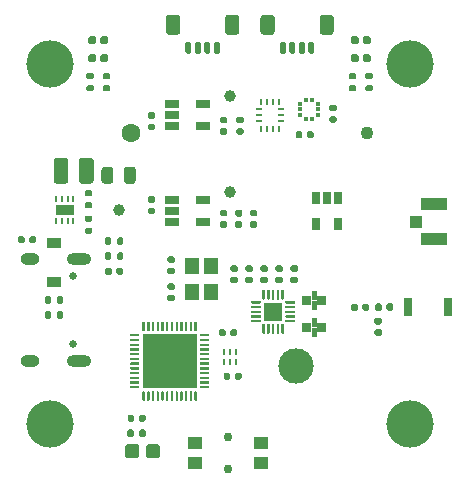
<source format=gbr>
%TF.GenerationSoftware,KiCad,Pcbnew,(5.1.10)-1*%
%TF.CreationDate,2022-07-29T22:32:47-04:00*%
%TF.ProjectId,MicroMod_Extension,4d696372-6f4d-46f6-945f-457874656e73,rev?*%
%TF.SameCoordinates,Original*%
%TF.FileFunction,Soldermask,Top*%
%TF.FilePolarity,Negative*%
%FSLAX46Y46*%
G04 Gerber Fmt 4.6, Leading zero omitted, Abs format (unit mm)*
G04 Created by KiCad (PCBNEW (5.1.10)-1) date 2022-07-29 22:32:47*
%MOMM*%
%LPD*%
G01*
G04 APERTURE LIST*
%ADD10C,0.010000*%
%ADD11R,1.150000X1.400000*%
%ADD12R,0.475000X0.250000*%
%ADD13R,0.250000X0.475000*%
%ADD14C,1.600000*%
%ADD15C,1.100000*%
%ADD16R,0.250000X0.550000*%
%ADD17R,0.460000X0.300000*%
%ADD18R,0.300000X0.460000*%
%ADD19C,3.000000*%
%ADD20C,4.000000*%
%ADD21R,4.600000X4.600000*%
%ADD22R,1.220000X0.650000*%
%ADD23R,0.250000X0.500000*%
%ADD24R,1.600000X0.900000*%
%ADD25R,1.650000X1.650000*%
%ADD26C,1.000000*%
%ADD27C,0.750000*%
%ADD28R,1.200000X1.000000*%
%ADD29R,1.050000X1.000000*%
%ADD30R,2.200000X1.050000*%
%ADD31R,0.800000X1.600000*%
%ADD32R,1.200000X0.900000*%
%ADD33C,0.650000*%
%ADD34O,1.600000X1.000000*%
%ADD35O,2.100000X1.000000*%
%ADD36R,0.650000X1.060000*%
G04 APERTURE END LIST*
D10*
%TO.C,FL3*%
G36*
X151717000Y-68274000D02*
G01*
X152067000Y-68274000D01*
X152067000Y-68974000D01*
X151717000Y-68974000D01*
X151717000Y-68274000D01*
G37*
X151717000Y-68274000D02*
X152067000Y-68274000D01*
X152067000Y-68974000D01*
X151717000Y-68974000D01*
X151717000Y-68274000D01*
G36*
X152167000Y-67849000D02*
G01*
X152867000Y-67849000D01*
X152867000Y-68549000D01*
X152167000Y-68549000D01*
X152167000Y-67849000D01*
G37*
X152167000Y-67849000D02*
X152867000Y-67849000D01*
X152867000Y-68549000D01*
X152167000Y-68549000D01*
X152167000Y-67849000D01*
G36*
X151717000Y-67424000D02*
G01*
X152067000Y-67424000D01*
X152067000Y-68124000D01*
X151717000Y-68124000D01*
X151717000Y-67424000D01*
G37*
X151717000Y-67424000D02*
X152067000Y-67424000D01*
X152067000Y-68124000D01*
X151717000Y-68124000D01*
X151717000Y-67424000D01*
G36*
X150917000Y-67849000D02*
G01*
X151617000Y-67849000D01*
X151617000Y-68549000D01*
X150917000Y-68549000D01*
X150917000Y-67849000D01*
G37*
X150917000Y-67849000D02*
X151617000Y-67849000D01*
X151617000Y-68549000D01*
X150917000Y-68549000D01*
X150917000Y-67849000D01*
%TO.C,FL2*%
G36*
X151717000Y-70560000D02*
G01*
X152067000Y-70560000D01*
X152067000Y-71260000D01*
X151717000Y-71260000D01*
X151717000Y-70560000D01*
G37*
X151717000Y-70560000D02*
X152067000Y-70560000D01*
X152067000Y-71260000D01*
X151717000Y-71260000D01*
X151717000Y-70560000D01*
G36*
X152167000Y-70135000D02*
G01*
X152867000Y-70135000D01*
X152867000Y-70835000D01*
X152167000Y-70835000D01*
X152167000Y-70135000D01*
G37*
X152167000Y-70135000D02*
X152867000Y-70135000D01*
X152867000Y-70835000D01*
X152167000Y-70835000D01*
X152167000Y-70135000D01*
G36*
X151717000Y-69710000D02*
G01*
X152067000Y-69710000D01*
X152067000Y-70410000D01*
X151717000Y-70410000D01*
X151717000Y-69710000D01*
G37*
X151717000Y-69710000D02*
X152067000Y-69710000D01*
X152067000Y-70410000D01*
X151717000Y-70410000D01*
X151717000Y-69710000D01*
G36*
X150917000Y-70135000D02*
G01*
X151617000Y-70135000D01*
X151617000Y-70835000D01*
X150917000Y-70835000D01*
X150917000Y-70135000D01*
G37*
X150917000Y-70135000D02*
X151617000Y-70135000D01*
X151617000Y-70835000D01*
X150917000Y-70835000D01*
X150917000Y-70135000D01*
%TD*%
D11*
%TO.C,Y1*%
X141567000Y-67521000D03*
X141567000Y-65321000D03*
X143167000Y-65321000D03*
X143167000Y-67521000D03*
%TD*%
D12*
%TO.C,U7*%
X147296500Y-53078000D03*
X147296500Y-52078000D03*
X147296500Y-52578000D03*
X149121500Y-53078000D03*
X149121500Y-52078000D03*
X149121500Y-52578000D03*
D13*
X148959000Y-53740500D03*
X147459000Y-53740500D03*
X147959000Y-53740500D03*
X148459000Y-53740500D03*
X148959000Y-51415500D03*
X147459000Y-51415500D03*
X147959000Y-51415500D03*
X148459000Y-51415500D03*
%TD*%
D14*
%TO.C,J1*%
X136431000Y-54080000D03*
D15*
X156431000Y-54080000D03*
%TD*%
D16*
%TO.C,FL1*%
X145280000Y-73450000D03*
X144780000Y-73450000D03*
X144280000Y-73450000D03*
X144280000Y-72600000D03*
X144780000Y-72600000D03*
X145280000Y-72600000D03*
%TD*%
%TO.C,J10*%
G36*
G01*
X148595000Y-44319999D02*
X148595000Y-45520001D01*
G75*
G02*
X148345001Y-45770000I-249999J0D01*
G01*
X147644999Y-45770000D01*
G75*
G02*
X147395000Y-45520001I0J249999D01*
G01*
X147395000Y-44319999D01*
G75*
G02*
X147644999Y-44070000I249999J0D01*
G01*
X148345001Y-44070000D01*
G75*
G02*
X148595000Y-44319999I0J-249999D01*
G01*
G37*
G36*
G01*
X153595000Y-44319999D02*
X153595000Y-45520001D01*
G75*
G02*
X153345001Y-45770000I-249999J0D01*
G01*
X152644999Y-45770000D01*
G75*
G02*
X152395000Y-45520001I0J249999D01*
G01*
X152395000Y-44319999D01*
G75*
G02*
X152644999Y-44070000I249999J0D01*
G01*
X153345001Y-44070000D01*
G75*
G02*
X153595000Y-44319999I0J-249999D01*
G01*
G37*
G36*
G01*
X149545000Y-46495000D02*
X149545000Y-47245000D01*
G75*
G02*
X149420000Y-47370000I-125000J0D01*
G01*
X149170000Y-47370000D01*
G75*
G02*
X149045000Y-47245000I0J125000D01*
G01*
X149045000Y-46495000D01*
G75*
G02*
X149170000Y-46370000I125000J0D01*
G01*
X149420000Y-46370000D01*
G75*
G02*
X149545000Y-46495000I0J-125000D01*
G01*
G37*
G36*
G01*
X150345000Y-46495000D02*
X150345000Y-47245000D01*
G75*
G02*
X150220000Y-47370000I-125000J0D01*
G01*
X149970000Y-47370000D01*
G75*
G02*
X149845000Y-47245000I0J125000D01*
G01*
X149845000Y-46495000D01*
G75*
G02*
X149970000Y-46370000I125000J0D01*
G01*
X150220000Y-46370000D01*
G75*
G02*
X150345000Y-46495000I0J-125000D01*
G01*
G37*
G36*
G01*
X151145000Y-46495000D02*
X151145000Y-47245000D01*
G75*
G02*
X151020000Y-47370000I-125000J0D01*
G01*
X150770000Y-47370000D01*
G75*
G02*
X150645000Y-47245000I0J125000D01*
G01*
X150645000Y-46495000D01*
G75*
G02*
X150770000Y-46370000I125000J0D01*
G01*
X151020000Y-46370000D01*
G75*
G02*
X151145000Y-46495000I0J-125000D01*
G01*
G37*
G36*
G01*
X151945000Y-46495000D02*
X151945000Y-47245000D01*
G75*
G02*
X151820000Y-47370000I-125000J0D01*
G01*
X151570000Y-47370000D01*
G75*
G02*
X151445000Y-47245000I0J125000D01*
G01*
X151445000Y-46495000D01*
G75*
G02*
X151570000Y-46370000I125000J0D01*
G01*
X151820000Y-46370000D01*
G75*
G02*
X151945000Y-46495000I0J-125000D01*
G01*
G37*
%TD*%
D17*
%TO.C,U8*%
X152296000Y-51620000D03*
X152296000Y-52070000D03*
X152296000Y-52520000D03*
X150726000Y-51620000D03*
X150726000Y-52070000D03*
X150726000Y-52520000D03*
D18*
X151736000Y-51285000D03*
X151286000Y-51285000D03*
X151736000Y-52855000D03*
X151286000Y-52855000D03*
%TD*%
%TO.C,J11*%
G36*
G01*
X140594000Y-44319999D02*
X140594000Y-45520001D01*
G75*
G02*
X140344001Y-45770000I-249999J0D01*
G01*
X139643999Y-45770000D01*
G75*
G02*
X139394000Y-45520001I0J249999D01*
G01*
X139394000Y-44319999D01*
G75*
G02*
X139643999Y-44070000I249999J0D01*
G01*
X140344001Y-44070000D01*
G75*
G02*
X140594000Y-44319999I0J-249999D01*
G01*
G37*
G36*
G01*
X145594000Y-44319999D02*
X145594000Y-45520001D01*
G75*
G02*
X145344001Y-45770000I-249999J0D01*
G01*
X144643999Y-45770000D01*
G75*
G02*
X144394000Y-45520001I0J249999D01*
G01*
X144394000Y-44319999D01*
G75*
G02*
X144643999Y-44070000I249999J0D01*
G01*
X145344001Y-44070000D01*
G75*
G02*
X145594000Y-44319999I0J-249999D01*
G01*
G37*
G36*
G01*
X141544000Y-46495000D02*
X141544000Y-47245000D01*
G75*
G02*
X141419000Y-47370000I-125000J0D01*
G01*
X141169000Y-47370000D01*
G75*
G02*
X141044000Y-47245000I0J125000D01*
G01*
X141044000Y-46495000D01*
G75*
G02*
X141169000Y-46370000I125000J0D01*
G01*
X141419000Y-46370000D01*
G75*
G02*
X141544000Y-46495000I0J-125000D01*
G01*
G37*
G36*
G01*
X142344000Y-46495000D02*
X142344000Y-47245000D01*
G75*
G02*
X142219000Y-47370000I-125000J0D01*
G01*
X141969000Y-47370000D01*
G75*
G02*
X141844000Y-47245000I0J125000D01*
G01*
X141844000Y-46495000D01*
G75*
G02*
X141969000Y-46370000I125000J0D01*
G01*
X142219000Y-46370000D01*
G75*
G02*
X142344000Y-46495000I0J-125000D01*
G01*
G37*
G36*
G01*
X143144000Y-46495000D02*
X143144000Y-47245000D01*
G75*
G02*
X143019000Y-47370000I-125000J0D01*
G01*
X142769000Y-47370000D01*
G75*
G02*
X142644000Y-47245000I0J125000D01*
G01*
X142644000Y-46495000D01*
G75*
G02*
X142769000Y-46370000I125000J0D01*
G01*
X143019000Y-46370000D01*
G75*
G02*
X143144000Y-46495000I0J-125000D01*
G01*
G37*
G36*
G01*
X143944000Y-46495000D02*
X143944000Y-47245000D01*
G75*
G02*
X143819000Y-47370000I-125000J0D01*
G01*
X143569000Y-47370000D01*
G75*
G02*
X143444000Y-47245000I0J125000D01*
G01*
X143444000Y-46495000D01*
G75*
G02*
X143569000Y-46370000I125000J0D01*
G01*
X143819000Y-46370000D01*
G75*
G02*
X143944000Y-46495000I0J-125000D01*
G01*
G37*
%TD*%
D19*
%TO.C,TP8*%
X150368000Y-73787000D03*
%TD*%
D20*
%TO.C,TP7*%
X160020000Y-78740000D03*
%TD*%
%TO.C,TP6*%
X160020000Y-48260000D03*
%TD*%
%TO.C,TP5*%
X129540000Y-78740000D03*
%TD*%
%TO.C,TP4*%
X129540000Y-48260000D03*
%TD*%
D21*
%TO.C,U2*%
X139700000Y-73406000D03*
G36*
G01*
X137400000Y-70806000D02*
X137400000Y-70106000D01*
G75*
G02*
X137450000Y-70056000I50000J0D01*
G01*
X137550000Y-70056000D01*
G75*
G02*
X137600000Y-70106000I0J-50000D01*
G01*
X137600000Y-70806000D01*
G75*
G02*
X137550000Y-70856000I-50000J0D01*
G01*
X137450000Y-70856000D01*
G75*
G02*
X137400000Y-70806000I0J50000D01*
G01*
G37*
G36*
G01*
X137800000Y-70806000D02*
X137800000Y-70106000D01*
G75*
G02*
X137850000Y-70056000I50000J0D01*
G01*
X137950000Y-70056000D01*
G75*
G02*
X138000000Y-70106000I0J-50000D01*
G01*
X138000000Y-70806000D01*
G75*
G02*
X137950000Y-70856000I-50000J0D01*
G01*
X137850000Y-70856000D01*
G75*
G02*
X137800000Y-70806000I0J50000D01*
G01*
G37*
G36*
G01*
X138200000Y-70806000D02*
X138200000Y-70106000D01*
G75*
G02*
X138250000Y-70056000I50000J0D01*
G01*
X138350000Y-70056000D01*
G75*
G02*
X138400000Y-70106000I0J-50000D01*
G01*
X138400000Y-70806000D01*
G75*
G02*
X138350000Y-70856000I-50000J0D01*
G01*
X138250000Y-70856000D01*
G75*
G02*
X138200000Y-70806000I0J50000D01*
G01*
G37*
G36*
G01*
X138600000Y-70806000D02*
X138600000Y-70106000D01*
G75*
G02*
X138650000Y-70056000I50000J0D01*
G01*
X138750000Y-70056000D01*
G75*
G02*
X138800000Y-70106000I0J-50000D01*
G01*
X138800000Y-70806000D01*
G75*
G02*
X138750000Y-70856000I-50000J0D01*
G01*
X138650000Y-70856000D01*
G75*
G02*
X138600000Y-70806000I0J50000D01*
G01*
G37*
G36*
G01*
X139000000Y-70806000D02*
X139000000Y-70106000D01*
G75*
G02*
X139050000Y-70056000I50000J0D01*
G01*
X139150000Y-70056000D01*
G75*
G02*
X139200000Y-70106000I0J-50000D01*
G01*
X139200000Y-70806000D01*
G75*
G02*
X139150000Y-70856000I-50000J0D01*
G01*
X139050000Y-70856000D01*
G75*
G02*
X139000000Y-70806000I0J50000D01*
G01*
G37*
G36*
G01*
X139400000Y-70806000D02*
X139400000Y-70106000D01*
G75*
G02*
X139450000Y-70056000I50000J0D01*
G01*
X139550000Y-70056000D01*
G75*
G02*
X139600000Y-70106000I0J-50000D01*
G01*
X139600000Y-70806000D01*
G75*
G02*
X139550000Y-70856000I-50000J0D01*
G01*
X139450000Y-70856000D01*
G75*
G02*
X139400000Y-70806000I0J50000D01*
G01*
G37*
G36*
G01*
X139800000Y-70806000D02*
X139800000Y-70106000D01*
G75*
G02*
X139850000Y-70056000I50000J0D01*
G01*
X139950000Y-70056000D01*
G75*
G02*
X140000000Y-70106000I0J-50000D01*
G01*
X140000000Y-70806000D01*
G75*
G02*
X139950000Y-70856000I-50000J0D01*
G01*
X139850000Y-70856000D01*
G75*
G02*
X139800000Y-70806000I0J50000D01*
G01*
G37*
G36*
G01*
X140200000Y-70806000D02*
X140200000Y-70106000D01*
G75*
G02*
X140250000Y-70056000I50000J0D01*
G01*
X140350000Y-70056000D01*
G75*
G02*
X140400000Y-70106000I0J-50000D01*
G01*
X140400000Y-70806000D01*
G75*
G02*
X140350000Y-70856000I-50000J0D01*
G01*
X140250000Y-70856000D01*
G75*
G02*
X140200000Y-70806000I0J50000D01*
G01*
G37*
G36*
G01*
X140600000Y-70806000D02*
X140600000Y-70106000D01*
G75*
G02*
X140650000Y-70056000I50000J0D01*
G01*
X140750000Y-70056000D01*
G75*
G02*
X140800000Y-70106000I0J-50000D01*
G01*
X140800000Y-70806000D01*
G75*
G02*
X140750000Y-70856000I-50000J0D01*
G01*
X140650000Y-70856000D01*
G75*
G02*
X140600000Y-70806000I0J50000D01*
G01*
G37*
G36*
G01*
X141000000Y-70806000D02*
X141000000Y-70106000D01*
G75*
G02*
X141050000Y-70056000I50000J0D01*
G01*
X141150000Y-70056000D01*
G75*
G02*
X141200000Y-70106000I0J-50000D01*
G01*
X141200000Y-70806000D01*
G75*
G02*
X141150000Y-70856000I-50000J0D01*
G01*
X141050000Y-70856000D01*
G75*
G02*
X141000000Y-70806000I0J50000D01*
G01*
G37*
G36*
G01*
X141400000Y-70806000D02*
X141400000Y-70106000D01*
G75*
G02*
X141450000Y-70056000I50000J0D01*
G01*
X141550000Y-70056000D01*
G75*
G02*
X141600000Y-70106000I0J-50000D01*
G01*
X141600000Y-70806000D01*
G75*
G02*
X141550000Y-70856000I-50000J0D01*
G01*
X141450000Y-70856000D01*
G75*
G02*
X141400000Y-70806000I0J50000D01*
G01*
G37*
G36*
G01*
X141800000Y-70806000D02*
X141800000Y-70106000D01*
G75*
G02*
X141850000Y-70056000I50000J0D01*
G01*
X141950000Y-70056000D01*
G75*
G02*
X142000000Y-70106000I0J-50000D01*
G01*
X142000000Y-70806000D01*
G75*
G02*
X141950000Y-70856000I-50000J0D01*
G01*
X141850000Y-70856000D01*
G75*
G02*
X141800000Y-70806000I0J50000D01*
G01*
G37*
G36*
G01*
X142250000Y-71256000D02*
X142250000Y-71156000D01*
G75*
G02*
X142300000Y-71106000I50000J0D01*
G01*
X143000000Y-71106000D01*
G75*
G02*
X143050000Y-71156000I0J-50000D01*
G01*
X143050000Y-71256000D01*
G75*
G02*
X143000000Y-71306000I-50000J0D01*
G01*
X142300000Y-71306000D01*
G75*
G02*
X142250000Y-71256000I0J50000D01*
G01*
G37*
G36*
G01*
X142250000Y-71656000D02*
X142250000Y-71556000D01*
G75*
G02*
X142300000Y-71506000I50000J0D01*
G01*
X143000000Y-71506000D01*
G75*
G02*
X143050000Y-71556000I0J-50000D01*
G01*
X143050000Y-71656000D01*
G75*
G02*
X143000000Y-71706000I-50000J0D01*
G01*
X142300000Y-71706000D01*
G75*
G02*
X142250000Y-71656000I0J50000D01*
G01*
G37*
G36*
G01*
X142250000Y-72056000D02*
X142250000Y-71956000D01*
G75*
G02*
X142300000Y-71906000I50000J0D01*
G01*
X143000000Y-71906000D01*
G75*
G02*
X143050000Y-71956000I0J-50000D01*
G01*
X143050000Y-72056000D01*
G75*
G02*
X143000000Y-72106000I-50000J0D01*
G01*
X142300000Y-72106000D01*
G75*
G02*
X142250000Y-72056000I0J50000D01*
G01*
G37*
G36*
G01*
X142250000Y-72456000D02*
X142250000Y-72356000D01*
G75*
G02*
X142300000Y-72306000I50000J0D01*
G01*
X143000000Y-72306000D01*
G75*
G02*
X143050000Y-72356000I0J-50000D01*
G01*
X143050000Y-72456000D01*
G75*
G02*
X143000000Y-72506000I-50000J0D01*
G01*
X142300000Y-72506000D01*
G75*
G02*
X142250000Y-72456000I0J50000D01*
G01*
G37*
G36*
G01*
X142250000Y-72856000D02*
X142250000Y-72756000D01*
G75*
G02*
X142300000Y-72706000I50000J0D01*
G01*
X143000000Y-72706000D01*
G75*
G02*
X143050000Y-72756000I0J-50000D01*
G01*
X143050000Y-72856000D01*
G75*
G02*
X143000000Y-72906000I-50000J0D01*
G01*
X142300000Y-72906000D01*
G75*
G02*
X142250000Y-72856000I0J50000D01*
G01*
G37*
G36*
G01*
X142250000Y-73256000D02*
X142250000Y-73156000D01*
G75*
G02*
X142300000Y-73106000I50000J0D01*
G01*
X143000000Y-73106000D01*
G75*
G02*
X143050000Y-73156000I0J-50000D01*
G01*
X143050000Y-73256000D01*
G75*
G02*
X143000000Y-73306000I-50000J0D01*
G01*
X142300000Y-73306000D01*
G75*
G02*
X142250000Y-73256000I0J50000D01*
G01*
G37*
G36*
G01*
X142250000Y-73656000D02*
X142250000Y-73556000D01*
G75*
G02*
X142300000Y-73506000I50000J0D01*
G01*
X143000000Y-73506000D01*
G75*
G02*
X143050000Y-73556000I0J-50000D01*
G01*
X143050000Y-73656000D01*
G75*
G02*
X143000000Y-73706000I-50000J0D01*
G01*
X142300000Y-73706000D01*
G75*
G02*
X142250000Y-73656000I0J50000D01*
G01*
G37*
G36*
G01*
X142250000Y-74056000D02*
X142250000Y-73956000D01*
G75*
G02*
X142300000Y-73906000I50000J0D01*
G01*
X143000000Y-73906000D01*
G75*
G02*
X143050000Y-73956000I0J-50000D01*
G01*
X143050000Y-74056000D01*
G75*
G02*
X143000000Y-74106000I-50000J0D01*
G01*
X142300000Y-74106000D01*
G75*
G02*
X142250000Y-74056000I0J50000D01*
G01*
G37*
G36*
G01*
X142250000Y-74456000D02*
X142250000Y-74356000D01*
G75*
G02*
X142300000Y-74306000I50000J0D01*
G01*
X143000000Y-74306000D01*
G75*
G02*
X143050000Y-74356000I0J-50000D01*
G01*
X143050000Y-74456000D01*
G75*
G02*
X143000000Y-74506000I-50000J0D01*
G01*
X142300000Y-74506000D01*
G75*
G02*
X142250000Y-74456000I0J50000D01*
G01*
G37*
G36*
G01*
X142250000Y-74856000D02*
X142250000Y-74756000D01*
G75*
G02*
X142300000Y-74706000I50000J0D01*
G01*
X143000000Y-74706000D01*
G75*
G02*
X143050000Y-74756000I0J-50000D01*
G01*
X143050000Y-74856000D01*
G75*
G02*
X143000000Y-74906000I-50000J0D01*
G01*
X142300000Y-74906000D01*
G75*
G02*
X142250000Y-74856000I0J50000D01*
G01*
G37*
G36*
G01*
X142250000Y-75256000D02*
X142250000Y-75156000D01*
G75*
G02*
X142300000Y-75106000I50000J0D01*
G01*
X143000000Y-75106000D01*
G75*
G02*
X143050000Y-75156000I0J-50000D01*
G01*
X143050000Y-75256000D01*
G75*
G02*
X143000000Y-75306000I-50000J0D01*
G01*
X142300000Y-75306000D01*
G75*
G02*
X142250000Y-75256000I0J50000D01*
G01*
G37*
G36*
G01*
X142250000Y-75656000D02*
X142250000Y-75556000D01*
G75*
G02*
X142300000Y-75506000I50000J0D01*
G01*
X143000000Y-75506000D01*
G75*
G02*
X143050000Y-75556000I0J-50000D01*
G01*
X143050000Y-75656000D01*
G75*
G02*
X143000000Y-75706000I-50000J0D01*
G01*
X142300000Y-75706000D01*
G75*
G02*
X142250000Y-75656000I0J50000D01*
G01*
G37*
G36*
G01*
X141800000Y-76706000D02*
X141800000Y-76006000D01*
G75*
G02*
X141850000Y-75956000I50000J0D01*
G01*
X141950000Y-75956000D01*
G75*
G02*
X142000000Y-76006000I0J-50000D01*
G01*
X142000000Y-76706000D01*
G75*
G02*
X141950000Y-76756000I-50000J0D01*
G01*
X141850000Y-76756000D01*
G75*
G02*
X141800000Y-76706000I0J50000D01*
G01*
G37*
G36*
G01*
X141400000Y-76706000D02*
X141400000Y-76006000D01*
G75*
G02*
X141450000Y-75956000I50000J0D01*
G01*
X141550000Y-75956000D01*
G75*
G02*
X141600000Y-76006000I0J-50000D01*
G01*
X141600000Y-76706000D01*
G75*
G02*
X141550000Y-76756000I-50000J0D01*
G01*
X141450000Y-76756000D01*
G75*
G02*
X141400000Y-76706000I0J50000D01*
G01*
G37*
G36*
G01*
X141000000Y-76706000D02*
X141000000Y-76006000D01*
G75*
G02*
X141050000Y-75956000I50000J0D01*
G01*
X141150000Y-75956000D01*
G75*
G02*
X141200000Y-76006000I0J-50000D01*
G01*
X141200000Y-76706000D01*
G75*
G02*
X141150000Y-76756000I-50000J0D01*
G01*
X141050000Y-76756000D01*
G75*
G02*
X141000000Y-76706000I0J50000D01*
G01*
G37*
G36*
G01*
X140600000Y-76706000D02*
X140600000Y-76006000D01*
G75*
G02*
X140650000Y-75956000I50000J0D01*
G01*
X140750000Y-75956000D01*
G75*
G02*
X140800000Y-76006000I0J-50000D01*
G01*
X140800000Y-76706000D01*
G75*
G02*
X140750000Y-76756000I-50000J0D01*
G01*
X140650000Y-76756000D01*
G75*
G02*
X140600000Y-76706000I0J50000D01*
G01*
G37*
G36*
G01*
X140200000Y-76706000D02*
X140200000Y-76006000D01*
G75*
G02*
X140250000Y-75956000I50000J0D01*
G01*
X140350000Y-75956000D01*
G75*
G02*
X140400000Y-76006000I0J-50000D01*
G01*
X140400000Y-76706000D01*
G75*
G02*
X140350000Y-76756000I-50000J0D01*
G01*
X140250000Y-76756000D01*
G75*
G02*
X140200000Y-76706000I0J50000D01*
G01*
G37*
G36*
G01*
X139800000Y-76706000D02*
X139800000Y-76006000D01*
G75*
G02*
X139850000Y-75956000I50000J0D01*
G01*
X139950000Y-75956000D01*
G75*
G02*
X140000000Y-76006000I0J-50000D01*
G01*
X140000000Y-76706000D01*
G75*
G02*
X139950000Y-76756000I-50000J0D01*
G01*
X139850000Y-76756000D01*
G75*
G02*
X139800000Y-76706000I0J50000D01*
G01*
G37*
G36*
G01*
X139400000Y-76706000D02*
X139400000Y-76006000D01*
G75*
G02*
X139450000Y-75956000I50000J0D01*
G01*
X139550000Y-75956000D01*
G75*
G02*
X139600000Y-76006000I0J-50000D01*
G01*
X139600000Y-76706000D01*
G75*
G02*
X139550000Y-76756000I-50000J0D01*
G01*
X139450000Y-76756000D01*
G75*
G02*
X139400000Y-76706000I0J50000D01*
G01*
G37*
G36*
G01*
X139000000Y-76706000D02*
X139000000Y-76006000D01*
G75*
G02*
X139050000Y-75956000I50000J0D01*
G01*
X139150000Y-75956000D01*
G75*
G02*
X139200000Y-76006000I0J-50000D01*
G01*
X139200000Y-76706000D01*
G75*
G02*
X139150000Y-76756000I-50000J0D01*
G01*
X139050000Y-76756000D01*
G75*
G02*
X139000000Y-76706000I0J50000D01*
G01*
G37*
G36*
G01*
X138600000Y-76706000D02*
X138600000Y-76006000D01*
G75*
G02*
X138650000Y-75956000I50000J0D01*
G01*
X138750000Y-75956000D01*
G75*
G02*
X138800000Y-76006000I0J-50000D01*
G01*
X138800000Y-76706000D01*
G75*
G02*
X138750000Y-76756000I-50000J0D01*
G01*
X138650000Y-76756000D01*
G75*
G02*
X138600000Y-76706000I0J50000D01*
G01*
G37*
G36*
G01*
X138200000Y-76706000D02*
X138200000Y-76006000D01*
G75*
G02*
X138250000Y-75956000I50000J0D01*
G01*
X138350000Y-75956000D01*
G75*
G02*
X138400000Y-76006000I0J-50000D01*
G01*
X138400000Y-76706000D01*
G75*
G02*
X138350000Y-76756000I-50000J0D01*
G01*
X138250000Y-76756000D01*
G75*
G02*
X138200000Y-76706000I0J50000D01*
G01*
G37*
G36*
G01*
X137800000Y-76706000D02*
X137800000Y-76006000D01*
G75*
G02*
X137850000Y-75956000I50000J0D01*
G01*
X137950000Y-75956000D01*
G75*
G02*
X138000000Y-76006000I0J-50000D01*
G01*
X138000000Y-76706000D01*
G75*
G02*
X137950000Y-76756000I-50000J0D01*
G01*
X137850000Y-76756000D01*
G75*
G02*
X137800000Y-76706000I0J50000D01*
G01*
G37*
G36*
G01*
X137400000Y-76706000D02*
X137400000Y-76006000D01*
G75*
G02*
X137450000Y-75956000I50000J0D01*
G01*
X137550000Y-75956000D01*
G75*
G02*
X137600000Y-76006000I0J-50000D01*
G01*
X137600000Y-76706000D01*
G75*
G02*
X137550000Y-76756000I-50000J0D01*
G01*
X137450000Y-76756000D01*
G75*
G02*
X137400000Y-76706000I0J50000D01*
G01*
G37*
G36*
G01*
X136350000Y-75656000D02*
X136350000Y-75556000D01*
G75*
G02*
X136400000Y-75506000I50000J0D01*
G01*
X137100000Y-75506000D01*
G75*
G02*
X137150000Y-75556000I0J-50000D01*
G01*
X137150000Y-75656000D01*
G75*
G02*
X137100000Y-75706000I-50000J0D01*
G01*
X136400000Y-75706000D01*
G75*
G02*
X136350000Y-75656000I0J50000D01*
G01*
G37*
G36*
G01*
X136350000Y-75256000D02*
X136350000Y-75156000D01*
G75*
G02*
X136400000Y-75106000I50000J0D01*
G01*
X137100000Y-75106000D01*
G75*
G02*
X137150000Y-75156000I0J-50000D01*
G01*
X137150000Y-75256000D01*
G75*
G02*
X137100000Y-75306000I-50000J0D01*
G01*
X136400000Y-75306000D01*
G75*
G02*
X136350000Y-75256000I0J50000D01*
G01*
G37*
G36*
G01*
X136350000Y-74856000D02*
X136350000Y-74756000D01*
G75*
G02*
X136400000Y-74706000I50000J0D01*
G01*
X137100000Y-74706000D01*
G75*
G02*
X137150000Y-74756000I0J-50000D01*
G01*
X137150000Y-74856000D01*
G75*
G02*
X137100000Y-74906000I-50000J0D01*
G01*
X136400000Y-74906000D01*
G75*
G02*
X136350000Y-74856000I0J50000D01*
G01*
G37*
G36*
G01*
X136350000Y-74456000D02*
X136350000Y-74356000D01*
G75*
G02*
X136400000Y-74306000I50000J0D01*
G01*
X137100000Y-74306000D01*
G75*
G02*
X137150000Y-74356000I0J-50000D01*
G01*
X137150000Y-74456000D01*
G75*
G02*
X137100000Y-74506000I-50000J0D01*
G01*
X136400000Y-74506000D01*
G75*
G02*
X136350000Y-74456000I0J50000D01*
G01*
G37*
G36*
G01*
X136350000Y-74056000D02*
X136350000Y-73956000D01*
G75*
G02*
X136400000Y-73906000I50000J0D01*
G01*
X137100000Y-73906000D01*
G75*
G02*
X137150000Y-73956000I0J-50000D01*
G01*
X137150000Y-74056000D01*
G75*
G02*
X137100000Y-74106000I-50000J0D01*
G01*
X136400000Y-74106000D01*
G75*
G02*
X136350000Y-74056000I0J50000D01*
G01*
G37*
G36*
G01*
X136350000Y-73656000D02*
X136350000Y-73556000D01*
G75*
G02*
X136400000Y-73506000I50000J0D01*
G01*
X137100000Y-73506000D01*
G75*
G02*
X137150000Y-73556000I0J-50000D01*
G01*
X137150000Y-73656000D01*
G75*
G02*
X137100000Y-73706000I-50000J0D01*
G01*
X136400000Y-73706000D01*
G75*
G02*
X136350000Y-73656000I0J50000D01*
G01*
G37*
G36*
G01*
X136350000Y-73256000D02*
X136350000Y-73156000D01*
G75*
G02*
X136400000Y-73106000I50000J0D01*
G01*
X137100000Y-73106000D01*
G75*
G02*
X137150000Y-73156000I0J-50000D01*
G01*
X137150000Y-73256000D01*
G75*
G02*
X137100000Y-73306000I-50000J0D01*
G01*
X136400000Y-73306000D01*
G75*
G02*
X136350000Y-73256000I0J50000D01*
G01*
G37*
G36*
G01*
X136350000Y-72856000D02*
X136350000Y-72756000D01*
G75*
G02*
X136400000Y-72706000I50000J0D01*
G01*
X137100000Y-72706000D01*
G75*
G02*
X137150000Y-72756000I0J-50000D01*
G01*
X137150000Y-72856000D01*
G75*
G02*
X137100000Y-72906000I-50000J0D01*
G01*
X136400000Y-72906000D01*
G75*
G02*
X136350000Y-72856000I0J50000D01*
G01*
G37*
G36*
G01*
X136350000Y-72456000D02*
X136350000Y-72356000D01*
G75*
G02*
X136400000Y-72306000I50000J0D01*
G01*
X137100000Y-72306000D01*
G75*
G02*
X137150000Y-72356000I0J-50000D01*
G01*
X137150000Y-72456000D01*
G75*
G02*
X137100000Y-72506000I-50000J0D01*
G01*
X136400000Y-72506000D01*
G75*
G02*
X136350000Y-72456000I0J50000D01*
G01*
G37*
G36*
G01*
X136350000Y-72056000D02*
X136350000Y-71956000D01*
G75*
G02*
X136400000Y-71906000I50000J0D01*
G01*
X137100000Y-71906000D01*
G75*
G02*
X137150000Y-71956000I0J-50000D01*
G01*
X137150000Y-72056000D01*
G75*
G02*
X137100000Y-72106000I-50000J0D01*
G01*
X136400000Y-72106000D01*
G75*
G02*
X136350000Y-72056000I0J50000D01*
G01*
G37*
G36*
G01*
X136350000Y-71656000D02*
X136350000Y-71556000D01*
G75*
G02*
X136400000Y-71506000I50000J0D01*
G01*
X137100000Y-71506000D01*
G75*
G02*
X137150000Y-71556000I0J-50000D01*
G01*
X137150000Y-71656000D01*
G75*
G02*
X137100000Y-71706000I-50000J0D01*
G01*
X136400000Y-71706000D01*
G75*
G02*
X136350000Y-71656000I0J50000D01*
G01*
G37*
G36*
G01*
X136350000Y-71256000D02*
X136350000Y-71156000D01*
G75*
G02*
X136400000Y-71106000I50000J0D01*
G01*
X137100000Y-71106000D01*
G75*
G02*
X137150000Y-71156000I0J-50000D01*
G01*
X137150000Y-71256000D01*
G75*
G02*
X137100000Y-71306000I-50000J0D01*
G01*
X136400000Y-71306000D01*
G75*
G02*
X136350000Y-71256000I0J50000D01*
G01*
G37*
%TD*%
%TO.C,L2*%
G36*
G01*
X145714500Y-61151000D02*
X145369500Y-61151000D01*
G75*
G02*
X145222000Y-61003500I0J147500D01*
G01*
X145222000Y-60708500D01*
G75*
G02*
X145369500Y-60561000I147500J0D01*
G01*
X145714500Y-60561000D01*
G75*
G02*
X145862000Y-60708500I0J-147500D01*
G01*
X145862000Y-61003500D01*
G75*
G02*
X145714500Y-61151000I-147500J0D01*
G01*
G37*
G36*
G01*
X145714500Y-62121000D02*
X145369500Y-62121000D01*
G75*
G02*
X145222000Y-61973500I0J147500D01*
G01*
X145222000Y-61678500D01*
G75*
G02*
X145369500Y-61531000I147500J0D01*
G01*
X145714500Y-61531000D01*
G75*
G02*
X145862000Y-61678500I0J-147500D01*
G01*
X145862000Y-61973500D01*
G75*
G02*
X145714500Y-62121000I-147500J0D01*
G01*
G37*
%TD*%
%TO.C,C25*%
G36*
G01*
X146982000Y-61141000D02*
X146642000Y-61141000D01*
G75*
G02*
X146502000Y-61001000I0J140000D01*
G01*
X146502000Y-60721000D01*
G75*
G02*
X146642000Y-60581000I140000J0D01*
G01*
X146982000Y-60581000D01*
G75*
G02*
X147122000Y-60721000I0J-140000D01*
G01*
X147122000Y-61001000D01*
G75*
G02*
X146982000Y-61141000I-140000J0D01*
G01*
G37*
G36*
G01*
X146982000Y-62101000D02*
X146642000Y-62101000D01*
G75*
G02*
X146502000Y-61961000I0J140000D01*
G01*
X146502000Y-61681000D01*
G75*
G02*
X146642000Y-61541000I140000J0D01*
G01*
X146982000Y-61541000D01*
G75*
G02*
X147122000Y-61681000I0J-140000D01*
G01*
X147122000Y-61961000D01*
G75*
G02*
X146982000Y-62101000I-140000J0D01*
G01*
G37*
%TD*%
%TO.C,C24*%
G36*
G01*
X153713000Y-52251000D02*
X153373000Y-52251000D01*
G75*
G02*
X153233000Y-52111000I0J140000D01*
G01*
X153233000Y-51831000D01*
G75*
G02*
X153373000Y-51691000I140000J0D01*
G01*
X153713000Y-51691000D01*
G75*
G02*
X153853000Y-51831000I0J-140000D01*
G01*
X153853000Y-52111000D01*
G75*
G02*
X153713000Y-52251000I-140000J0D01*
G01*
G37*
G36*
G01*
X153713000Y-53211000D02*
X153373000Y-53211000D01*
G75*
G02*
X153233000Y-53071000I0J140000D01*
G01*
X153233000Y-52791000D01*
G75*
G02*
X153373000Y-52651000I140000J0D01*
G01*
X153713000Y-52651000D01*
G75*
G02*
X153853000Y-52791000I0J-140000D01*
G01*
X153853000Y-53071000D01*
G75*
G02*
X153713000Y-53211000I-140000J0D01*
G01*
G37*
%TD*%
%TO.C,C23*%
G36*
G01*
X150930000Y-54059000D02*
X150930000Y-54399000D01*
G75*
G02*
X150790000Y-54539000I-140000J0D01*
G01*
X150510000Y-54539000D01*
G75*
G02*
X150370000Y-54399000I0J140000D01*
G01*
X150370000Y-54059000D01*
G75*
G02*
X150510000Y-53919000I140000J0D01*
G01*
X150790000Y-53919000D01*
G75*
G02*
X150930000Y-54059000I0J-140000D01*
G01*
G37*
G36*
G01*
X151890000Y-54059000D02*
X151890000Y-54399000D01*
G75*
G02*
X151750000Y-54539000I-140000J0D01*
G01*
X151470000Y-54539000D01*
G75*
G02*
X151330000Y-54399000I0J140000D01*
G01*
X151330000Y-54059000D01*
G75*
G02*
X151470000Y-53919000I140000J0D01*
G01*
X151750000Y-53919000D01*
G75*
G02*
X151890000Y-54059000I0J-140000D01*
G01*
G37*
%TD*%
%TO.C,C18*%
G36*
G01*
X134932000Y-57183000D02*
X134932000Y-58133000D01*
G75*
G02*
X134682000Y-58383000I-250000J0D01*
G01*
X134182000Y-58383000D01*
G75*
G02*
X133932000Y-58133000I0J250000D01*
G01*
X133932000Y-57183000D01*
G75*
G02*
X134182000Y-56933000I250000J0D01*
G01*
X134682000Y-56933000D01*
G75*
G02*
X134932000Y-57183000I0J-250000D01*
G01*
G37*
G36*
G01*
X136832000Y-57183000D02*
X136832000Y-58133000D01*
G75*
G02*
X136582000Y-58383000I-250000J0D01*
G01*
X136082000Y-58383000D01*
G75*
G02*
X135832000Y-58133000I0J250000D01*
G01*
X135832000Y-57183000D01*
G75*
G02*
X136082000Y-56933000I250000J0D01*
G01*
X136582000Y-56933000D01*
G75*
G02*
X136832000Y-57183000I0J-250000D01*
G01*
G37*
%TD*%
%TO.C,C1*%
G36*
G01*
X145499000Y-53667000D02*
X145839000Y-53667000D01*
G75*
G02*
X145979000Y-53807000I0J-140000D01*
G01*
X145979000Y-54087000D01*
G75*
G02*
X145839000Y-54227000I-140000J0D01*
G01*
X145499000Y-54227000D01*
G75*
G02*
X145359000Y-54087000I0J140000D01*
G01*
X145359000Y-53807000D01*
G75*
G02*
X145499000Y-53667000I140000J0D01*
G01*
G37*
G36*
G01*
X145499000Y-52707000D02*
X145839000Y-52707000D01*
G75*
G02*
X145979000Y-52847000I0J-140000D01*
G01*
X145979000Y-53127000D01*
G75*
G02*
X145839000Y-53267000I-140000J0D01*
G01*
X145499000Y-53267000D01*
G75*
G02*
X145359000Y-53127000I0J140000D01*
G01*
X145359000Y-52847000D01*
G75*
G02*
X145499000Y-52707000I140000J0D01*
G01*
G37*
%TD*%
D22*
%TO.C,U6*%
X142512000Y-59756000D03*
X142512000Y-61656000D03*
X139892000Y-61656000D03*
X139892000Y-60706000D03*
X139892000Y-59756000D03*
%TD*%
%TO.C,U5*%
X142534000Y-51628000D03*
X142534000Y-53528000D03*
X139914000Y-53528000D03*
X139914000Y-52578000D03*
X139914000Y-51628000D03*
%TD*%
D23*
%TO.C,U4*%
X131060000Y-59629000D03*
X131560000Y-59629000D03*
X131560000Y-61529000D03*
X130560000Y-61529000D03*
X130060000Y-61529000D03*
D24*
X130810000Y-60579000D03*
D23*
X130060000Y-59629000D03*
X130560000Y-59629000D03*
X131060000Y-61529000D03*
%TD*%
D25*
%TO.C,U3*%
X148463000Y-69215000D03*
G36*
G01*
X147563000Y-68140000D02*
X147563000Y-67390000D01*
G75*
G02*
X147613000Y-67340000I50000J0D01*
G01*
X147713000Y-67340000D01*
G75*
G02*
X147763000Y-67390000I0J-50000D01*
G01*
X147763000Y-68140000D01*
G75*
G02*
X147713000Y-68190000I-50000J0D01*
G01*
X147613000Y-68190000D01*
G75*
G02*
X147563000Y-68140000I0J50000D01*
G01*
G37*
G36*
G01*
X147963000Y-68140000D02*
X147963000Y-67390000D01*
G75*
G02*
X148013000Y-67340000I50000J0D01*
G01*
X148113000Y-67340000D01*
G75*
G02*
X148163000Y-67390000I0J-50000D01*
G01*
X148163000Y-68140000D01*
G75*
G02*
X148113000Y-68190000I-50000J0D01*
G01*
X148013000Y-68190000D01*
G75*
G02*
X147963000Y-68140000I0J50000D01*
G01*
G37*
G36*
G01*
X148363000Y-68140000D02*
X148363000Y-67390000D01*
G75*
G02*
X148413000Y-67340000I50000J0D01*
G01*
X148513000Y-67340000D01*
G75*
G02*
X148563000Y-67390000I0J-50000D01*
G01*
X148563000Y-68140000D01*
G75*
G02*
X148513000Y-68190000I-50000J0D01*
G01*
X148413000Y-68190000D01*
G75*
G02*
X148363000Y-68140000I0J50000D01*
G01*
G37*
G36*
G01*
X148763000Y-68140000D02*
X148763000Y-67390000D01*
G75*
G02*
X148813000Y-67340000I50000J0D01*
G01*
X148913000Y-67340000D01*
G75*
G02*
X148963000Y-67390000I0J-50000D01*
G01*
X148963000Y-68140000D01*
G75*
G02*
X148913000Y-68190000I-50000J0D01*
G01*
X148813000Y-68190000D01*
G75*
G02*
X148763000Y-68140000I0J50000D01*
G01*
G37*
G36*
G01*
X149163000Y-68140000D02*
X149163000Y-67390000D01*
G75*
G02*
X149213000Y-67340000I50000J0D01*
G01*
X149313000Y-67340000D01*
G75*
G02*
X149363000Y-67390000I0J-50000D01*
G01*
X149363000Y-68140000D01*
G75*
G02*
X149313000Y-68190000I-50000J0D01*
G01*
X149213000Y-68190000D01*
G75*
G02*
X149163000Y-68140000I0J50000D01*
G01*
G37*
G36*
G01*
X149488000Y-68465000D02*
X149488000Y-68365000D01*
G75*
G02*
X149538000Y-68315000I50000J0D01*
G01*
X150288000Y-68315000D01*
G75*
G02*
X150338000Y-68365000I0J-50000D01*
G01*
X150338000Y-68465000D01*
G75*
G02*
X150288000Y-68515000I-50000J0D01*
G01*
X149538000Y-68515000D01*
G75*
G02*
X149488000Y-68465000I0J50000D01*
G01*
G37*
G36*
G01*
X149488000Y-68865000D02*
X149488000Y-68765000D01*
G75*
G02*
X149538000Y-68715000I50000J0D01*
G01*
X150288000Y-68715000D01*
G75*
G02*
X150338000Y-68765000I0J-50000D01*
G01*
X150338000Y-68865000D01*
G75*
G02*
X150288000Y-68915000I-50000J0D01*
G01*
X149538000Y-68915000D01*
G75*
G02*
X149488000Y-68865000I0J50000D01*
G01*
G37*
G36*
G01*
X149488000Y-69265000D02*
X149488000Y-69165000D01*
G75*
G02*
X149538000Y-69115000I50000J0D01*
G01*
X150288000Y-69115000D01*
G75*
G02*
X150338000Y-69165000I0J-50000D01*
G01*
X150338000Y-69265000D01*
G75*
G02*
X150288000Y-69315000I-50000J0D01*
G01*
X149538000Y-69315000D01*
G75*
G02*
X149488000Y-69265000I0J50000D01*
G01*
G37*
G36*
G01*
X149488000Y-69665000D02*
X149488000Y-69565000D01*
G75*
G02*
X149538000Y-69515000I50000J0D01*
G01*
X150288000Y-69515000D01*
G75*
G02*
X150338000Y-69565000I0J-50000D01*
G01*
X150338000Y-69665000D01*
G75*
G02*
X150288000Y-69715000I-50000J0D01*
G01*
X149538000Y-69715000D01*
G75*
G02*
X149488000Y-69665000I0J50000D01*
G01*
G37*
G36*
G01*
X149488000Y-70065000D02*
X149488000Y-69965000D01*
G75*
G02*
X149538000Y-69915000I50000J0D01*
G01*
X150288000Y-69915000D01*
G75*
G02*
X150338000Y-69965000I0J-50000D01*
G01*
X150338000Y-70065000D01*
G75*
G02*
X150288000Y-70115000I-50000J0D01*
G01*
X149538000Y-70115000D01*
G75*
G02*
X149488000Y-70065000I0J50000D01*
G01*
G37*
G36*
G01*
X149163000Y-71040000D02*
X149163000Y-70290000D01*
G75*
G02*
X149213000Y-70240000I50000J0D01*
G01*
X149313000Y-70240000D01*
G75*
G02*
X149363000Y-70290000I0J-50000D01*
G01*
X149363000Y-71040000D01*
G75*
G02*
X149313000Y-71090000I-50000J0D01*
G01*
X149213000Y-71090000D01*
G75*
G02*
X149163000Y-71040000I0J50000D01*
G01*
G37*
G36*
G01*
X148763000Y-71040000D02*
X148763000Y-70290000D01*
G75*
G02*
X148813000Y-70240000I50000J0D01*
G01*
X148913000Y-70240000D01*
G75*
G02*
X148963000Y-70290000I0J-50000D01*
G01*
X148963000Y-71040000D01*
G75*
G02*
X148913000Y-71090000I-50000J0D01*
G01*
X148813000Y-71090000D01*
G75*
G02*
X148763000Y-71040000I0J50000D01*
G01*
G37*
G36*
G01*
X148363000Y-71040000D02*
X148363000Y-70290000D01*
G75*
G02*
X148413000Y-70240000I50000J0D01*
G01*
X148513000Y-70240000D01*
G75*
G02*
X148563000Y-70290000I0J-50000D01*
G01*
X148563000Y-71040000D01*
G75*
G02*
X148513000Y-71090000I-50000J0D01*
G01*
X148413000Y-71090000D01*
G75*
G02*
X148363000Y-71040000I0J50000D01*
G01*
G37*
G36*
G01*
X147963000Y-71040000D02*
X147963000Y-70290000D01*
G75*
G02*
X148013000Y-70240000I50000J0D01*
G01*
X148113000Y-70240000D01*
G75*
G02*
X148163000Y-70290000I0J-50000D01*
G01*
X148163000Y-71040000D01*
G75*
G02*
X148113000Y-71090000I-50000J0D01*
G01*
X148013000Y-71090000D01*
G75*
G02*
X147963000Y-71040000I0J50000D01*
G01*
G37*
G36*
G01*
X147563000Y-71040000D02*
X147563000Y-70290000D01*
G75*
G02*
X147613000Y-70240000I50000J0D01*
G01*
X147713000Y-70240000D01*
G75*
G02*
X147763000Y-70290000I0J-50000D01*
G01*
X147763000Y-71040000D01*
G75*
G02*
X147713000Y-71090000I-50000J0D01*
G01*
X147613000Y-71090000D01*
G75*
G02*
X147563000Y-71040000I0J50000D01*
G01*
G37*
G36*
G01*
X146588000Y-70065000D02*
X146588000Y-69965000D01*
G75*
G02*
X146638000Y-69915000I50000J0D01*
G01*
X147388000Y-69915000D01*
G75*
G02*
X147438000Y-69965000I0J-50000D01*
G01*
X147438000Y-70065000D01*
G75*
G02*
X147388000Y-70115000I-50000J0D01*
G01*
X146638000Y-70115000D01*
G75*
G02*
X146588000Y-70065000I0J50000D01*
G01*
G37*
G36*
G01*
X146588000Y-69665000D02*
X146588000Y-69565000D01*
G75*
G02*
X146638000Y-69515000I50000J0D01*
G01*
X147388000Y-69515000D01*
G75*
G02*
X147438000Y-69565000I0J-50000D01*
G01*
X147438000Y-69665000D01*
G75*
G02*
X147388000Y-69715000I-50000J0D01*
G01*
X146638000Y-69715000D01*
G75*
G02*
X146588000Y-69665000I0J50000D01*
G01*
G37*
G36*
G01*
X146588000Y-69265000D02*
X146588000Y-69165000D01*
G75*
G02*
X146638000Y-69115000I50000J0D01*
G01*
X147388000Y-69115000D01*
G75*
G02*
X147438000Y-69165000I0J-50000D01*
G01*
X147438000Y-69265000D01*
G75*
G02*
X147388000Y-69315000I-50000J0D01*
G01*
X146638000Y-69315000D01*
G75*
G02*
X146588000Y-69265000I0J50000D01*
G01*
G37*
G36*
G01*
X146588000Y-68865000D02*
X146588000Y-68765000D01*
G75*
G02*
X146638000Y-68715000I50000J0D01*
G01*
X147388000Y-68715000D01*
G75*
G02*
X147438000Y-68765000I0J-50000D01*
G01*
X147438000Y-68865000D01*
G75*
G02*
X147388000Y-68915000I-50000J0D01*
G01*
X146638000Y-68915000D01*
G75*
G02*
X146588000Y-68865000I0J50000D01*
G01*
G37*
G36*
G01*
X146588000Y-68465000D02*
X146588000Y-68365000D01*
G75*
G02*
X146638000Y-68315000I50000J0D01*
G01*
X147388000Y-68315000D01*
G75*
G02*
X147438000Y-68365000I0J-50000D01*
G01*
X147438000Y-68465000D01*
G75*
G02*
X147388000Y-68515000I-50000J0D01*
G01*
X146638000Y-68515000D01*
G75*
G02*
X146588000Y-68465000I0J50000D01*
G01*
G37*
%TD*%
D26*
%TO.C,TP3*%
X144780000Y-50927000D03*
%TD*%
%TO.C,TP2*%
X144780000Y-59055000D03*
%TD*%
%TO.C,TP1*%
X135382000Y-60579000D03*
%TD*%
D27*
%TO.C,SW1*%
X144653000Y-82528000D03*
X144653000Y-79778000D03*
D28*
X141853000Y-82003000D03*
X141853000Y-80303000D03*
X147453000Y-82003000D03*
X147453000Y-80303000D03*
%TD*%
%TO.C,R15*%
G36*
G01*
X133027000Y-61609000D02*
X132657000Y-61609000D01*
G75*
G02*
X132522000Y-61474000I0J135000D01*
G01*
X132522000Y-61204000D01*
G75*
G02*
X132657000Y-61069000I135000J0D01*
G01*
X133027000Y-61069000D01*
G75*
G02*
X133162000Y-61204000I0J-135000D01*
G01*
X133162000Y-61474000D01*
G75*
G02*
X133027000Y-61609000I-135000J0D01*
G01*
G37*
G36*
G01*
X133027000Y-62629000D02*
X132657000Y-62629000D01*
G75*
G02*
X132522000Y-62494000I0J135000D01*
G01*
X132522000Y-62224000D01*
G75*
G02*
X132657000Y-62089000I135000J0D01*
G01*
X133027000Y-62089000D01*
G75*
G02*
X133162000Y-62224000I0J-135000D01*
G01*
X133162000Y-62494000D01*
G75*
G02*
X133027000Y-62629000I-135000J0D01*
G01*
G37*
%TD*%
%TO.C,R14*%
G36*
G01*
X133027000Y-59450000D02*
X132657000Y-59450000D01*
G75*
G02*
X132522000Y-59315000I0J135000D01*
G01*
X132522000Y-59045000D01*
G75*
G02*
X132657000Y-58910000I135000J0D01*
G01*
X133027000Y-58910000D01*
G75*
G02*
X133162000Y-59045000I0J-135000D01*
G01*
X133162000Y-59315000D01*
G75*
G02*
X133027000Y-59450000I-135000J0D01*
G01*
G37*
G36*
G01*
X133027000Y-60470000D02*
X132657000Y-60470000D01*
G75*
G02*
X132522000Y-60335000I0J135000D01*
G01*
X132522000Y-60065000D01*
G75*
G02*
X132657000Y-59930000I135000J0D01*
G01*
X133027000Y-59930000D01*
G75*
G02*
X133162000Y-60065000I0J-135000D01*
G01*
X133162000Y-60335000D01*
G75*
G02*
X133027000Y-60470000I-135000J0D01*
G01*
G37*
%TD*%
%TO.C,R12*%
G36*
G01*
X134761000Y-64331000D02*
X134761000Y-64701000D01*
G75*
G02*
X134626000Y-64836000I-135000J0D01*
G01*
X134356000Y-64836000D01*
G75*
G02*
X134221000Y-64701000I0J135000D01*
G01*
X134221000Y-64331000D01*
G75*
G02*
X134356000Y-64196000I135000J0D01*
G01*
X134626000Y-64196000D01*
G75*
G02*
X134761000Y-64331000I0J-135000D01*
G01*
G37*
G36*
G01*
X135781000Y-64331000D02*
X135781000Y-64701000D01*
G75*
G02*
X135646000Y-64836000I-135000J0D01*
G01*
X135376000Y-64836000D01*
G75*
G02*
X135241000Y-64701000I0J135000D01*
G01*
X135241000Y-64331000D01*
G75*
G02*
X135376000Y-64196000I135000J0D01*
G01*
X135646000Y-64196000D01*
G75*
G02*
X135781000Y-64331000I0J-135000D01*
G01*
G37*
%TD*%
%TO.C,R11*%
G36*
G01*
X135241000Y-63431000D02*
X135241000Y-63061000D01*
G75*
G02*
X135376000Y-62926000I135000J0D01*
G01*
X135646000Y-62926000D01*
G75*
G02*
X135781000Y-63061000I0J-135000D01*
G01*
X135781000Y-63431000D01*
G75*
G02*
X135646000Y-63566000I-135000J0D01*
G01*
X135376000Y-63566000D01*
G75*
G02*
X135241000Y-63431000I0J135000D01*
G01*
G37*
G36*
G01*
X134221000Y-63431000D02*
X134221000Y-63061000D01*
G75*
G02*
X134356000Y-62926000I135000J0D01*
G01*
X134626000Y-62926000D01*
G75*
G02*
X134761000Y-63061000I0J-135000D01*
G01*
X134761000Y-63431000D01*
G75*
G02*
X134626000Y-63566000I-135000J0D01*
G01*
X134356000Y-63566000D01*
G75*
G02*
X134221000Y-63431000I0J135000D01*
G01*
G37*
%TD*%
%TO.C,R10*%
G36*
G01*
X156776000Y-49544000D02*
X156406000Y-49544000D01*
G75*
G02*
X156271000Y-49409000I0J135000D01*
G01*
X156271000Y-49139000D01*
G75*
G02*
X156406000Y-49004000I135000J0D01*
G01*
X156776000Y-49004000D01*
G75*
G02*
X156911000Y-49139000I0J-135000D01*
G01*
X156911000Y-49409000D01*
G75*
G02*
X156776000Y-49544000I-135000J0D01*
G01*
G37*
G36*
G01*
X156776000Y-50564000D02*
X156406000Y-50564000D01*
G75*
G02*
X156271000Y-50429000I0J135000D01*
G01*
X156271000Y-50159000D01*
G75*
G02*
X156406000Y-50024000I135000J0D01*
G01*
X156776000Y-50024000D01*
G75*
G02*
X156911000Y-50159000I0J-135000D01*
G01*
X156911000Y-50429000D01*
G75*
G02*
X156776000Y-50564000I-135000J0D01*
G01*
G37*
%TD*%
%TO.C,R9*%
G36*
G01*
X155379000Y-49544000D02*
X155009000Y-49544000D01*
G75*
G02*
X154874000Y-49409000I0J135000D01*
G01*
X154874000Y-49139000D01*
G75*
G02*
X155009000Y-49004000I135000J0D01*
G01*
X155379000Y-49004000D01*
G75*
G02*
X155514000Y-49139000I0J-135000D01*
G01*
X155514000Y-49409000D01*
G75*
G02*
X155379000Y-49544000I-135000J0D01*
G01*
G37*
G36*
G01*
X155379000Y-50564000D02*
X155009000Y-50564000D01*
G75*
G02*
X154874000Y-50429000I0J135000D01*
G01*
X154874000Y-50159000D01*
G75*
G02*
X155009000Y-50024000I135000J0D01*
G01*
X155379000Y-50024000D01*
G75*
G02*
X155514000Y-50159000I0J-135000D01*
G01*
X155514000Y-50429000D01*
G75*
G02*
X155379000Y-50564000I-135000J0D01*
G01*
G37*
%TD*%
%TO.C,R8*%
G36*
G01*
X134551000Y-49544000D02*
X134181000Y-49544000D01*
G75*
G02*
X134046000Y-49409000I0J135000D01*
G01*
X134046000Y-49139000D01*
G75*
G02*
X134181000Y-49004000I135000J0D01*
G01*
X134551000Y-49004000D01*
G75*
G02*
X134686000Y-49139000I0J-135000D01*
G01*
X134686000Y-49409000D01*
G75*
G02*
X134551000Y-49544000I-135000J0D01*
G01*
G37*
G36*
G01*
X134551000Y-50564000D02*
X134181000Y-50564000D01*
G75*
G02*
X134046000Y-50429000I0J135000D01*
G01*
X134046000Y-50159000D01*
G75*
G02*
X134181000Y-50024000I135000J0D01*
G01*
X134551000Y-50024000D01*
G75*
G02*
X134686000Y-50159000I0J-135000D01*
G01*
X134686000Y-50429000D01*
G75*
G02*
X134551000Y-50564000I-135000J0D01*
G01*
G37*
%TD*%
%TO.C,R5*%
G36*
G01*
X133154000Y-49544000D02*
X132784000Y-49544000D01*
G75*
G02*
X132649000Y-49409000I0J135000D01*
G01*
X132649000Y-49139000D01*
G75*
G02*
X132784000Y-49004000I135000J0D01*
G01*
X133154000Y-49004000D01*
G75*
G02*
X133289000Y-49139000I0J-135000D01*
G01*
X133289000Y-49409000D01*
G75*
G02*
X133154000Y-49544000I-135000J0D01*
G01*
G37*
G36*
G01*
X133154000Y-50564000D02*
X132784000Y-50564000D01*
G75*
G02*
X132649000Y-50429000I0J135000D01*
G01*
X132649000Y-50159000D01*
G75*
G02*
X132784000Y-50024000I135000J0D01*
G01*
X133154000Y-50024000D01*
G75*
G02*
X133289000Y-50159000I0J-135000D01*
G01*
X133289000Y-50429000D01*
G75*
G02*
X133154000Y-50564000I-135000J0D01*
G01*
G37*
%TD*%
%TO.C,R3*%
G36*
G01*
X129681000Y-68014000D02*
X129681000Y-68384000D01*
G75*
G02*
X129546000Y-68519000I-135000J0D01*
G01*
X129276000Y-68519000D01*
G75*
G02*
X129141000Y-68384000I0J135000D01*
G01*
X129141000Y-68014000D01*
G75*
G02*
X129276000Y-67879000I135000J0D01*
G01*
X129546000Y-67879000D01*
G75*
G02*
X129681000Y-68014000I0J-135000D01*
G01*
G37*
G36*
G01*
X130701000Y-68014000D02*
X130701000Y-68384000D01*
G75*
G02*
X130566000Y-68519000I-135000J0D01*
G01*
X130296000Y-68519000D01*
G75*
G02*
X130161000Y-68384000I0J135000D01*
G01*
X130161000Y-68014000D01*
G75*
G02*
X130296000Y-67879000I135000J0D01*
G01*
X130566000Y-67879000D01*
G75*
G02*
X130701000Y-68014000I0J-135000D01*
G01*
G37*
%TD*%
%TO.C,R2*%
G36*
G01*
X129681000Y-69284000D02*
X129681000Y-69654000D01*
G75*
G02*
X129546000Y-69789000I-135000J0D01*
G01*
X129276000Y-69789000D01*
G75*
G02*
X129141000Y-69654000I0J135000D01*
G01*
X129141000Y-69284000D01*
G75*
G02*
X129276000Y-69149000I135000J0D01*
G01*
X129546000Y-69149000D01*
G75*
G02*
X129681000Y-69284000I0J-135000D01*
G01*
G37*
G36*
G01*
X130701000Y-69284000D02*
X130701000Y-69654000D01*
G75*
G02*
X130566000Y-69789000I-135000J0D01*
G01*
X130296000Y-69789000D01*
G75*
G02*
X130161000Y-69654000I0J135000D01*
G01*
X130161000Y-69284000D01*
G75*
G02*
X130296000Y-69149000I135000J0D01*
G01*
X130566000Y-69149000D01*
G75*
G02*
X130701000Y-69284000I0J-135000D01*
G01*
G37*
%TD*%
%TO.C,R1*%
G36*
G01*
X136666000Y-79317000D02*
X136666000Y-79687000D01*
G75*
G02*
X136531000Y-79822000I-135000J0D01*
G01*
X136261000Y-79822000D01*
G75*
G02*
X136126000Y-79687000I0J135000D01*
G01*
X136126000Y-79317000D01*
G75*
G02*
X136261000Y-79182000I135000J0D01*
G01*
X136531000Y-79182000D01*
G75*
G02*
X136666000Y-79317000I0J-135000D01*
G01*
G37*
G36*
G01*
X137686000Y-79317000D02*
X137686000Y-79687000D01*
G75*
G02*
X137551000Y-79822000I-135000J0D01*
G01*
X137281000Y-79822000D01*
G75*
G02*
X137146000Y-79687000I0J135000D01*
G01*
X137146000Y-79317000D01*
G75*
G02*
X137281000Y-79182000I135000J0D01*
G01*
X137551000Y-79182000D01*
G75*
G02*
X137686000Y-79317000I0J-135000D01*
G01*
G37*
%TD*%
%TO.C,L5*%
G36*
G01*
X131122000Y-56427000D02*
X131122000Y-58127000D01*
G75*
G02*
X130872000Y-58377000I-250000J0D01*
G01*
X130122000Y-58377000D01*
G75*
G02*
X129872000Y-58127000I0J250000D01*
G01*
X129872000Y-56427000D01*
G75*
G02*
X130122000Y-56177000I250000J0D01*
G01*
X130872000Y-56177000D01*
G75*
G02*
X131122000Y-56427000I0J-250000D01*
G01*
G37*
G36*
G01*
X133272000Y-56427000D02*
X133272000Y-58127000D01*
G75*
G02*
X133022000Y-58377000I-250000J0D01*
G01*
X132272000Y-58377000D01*
G75*
G02*
X132022000Y-58127000I0J250000D01*
G01*
X132022000Y-56427000D01*
G75*
G02*
X132272000Y-56177000I250000J0D01*
G01*
X133022000Y-56177000D01*
G75*
G02*
X133272000Y-56427000I0J-250000D01*
G01*
G37*
%TD*%
%TO.C,L4*%
G36*
G01*
X150413500Y-65850000D02*
X150068500Y-65850000D01*
G75*
G02*
X149921000Y-65702500I0J147500D01*
G01*
X149921000Y-65407500D01*
G75*
G02*
X150068500Y-65260000I147500J0D01*
G01*
X150413500Y-65260000D01*
G75*
G02*
X150561000Y-65407500I0J-147500D01*
G01*
X150561000Y-65702500D01*
G75*
G02*
X150413500Y-65850000I-147500J0D01*
G01*
G37*
G36*
G01*
X150413500Y-66820000D02*
X150068500Y-66820000D01*
G75*
G02*
X149921000Y-66672500I0J147500D01*
G01*
X149921000Y-66377500D01*
G75*
G02*
X150068500Y-66230000I147500J0D01*
G01*
X150413500Y-66230000D01*
G75*
G02*
X150561000Y-66377500I0J-147500D01*
G01*
X150561000Y-66672500D01*
G75*
G02*
X150413500Y-66820000I-147500J0D01*
G01*
G37*
%TD*%
%TO.C,L3*%
G36*
G01*
X157180500Y-70675000D02*
X157525500Y-70675000D01*
G75*
G02*
X157673000Y-70822500I0J-147500D01*
G01*
X157673000Y-71117500D01*
G75*
G02*
X157525500Y-71265000I-147500J0D01*
G01*
X157180500Y-71265000D01*
G75*
G02*
X157033000Y-71117500I0J147500D01*
G01*
X157033000Y-70822500D01*
G75*
G02*
X157180500Y-70675000I147500J0D01*
G01*
G37*
G36*
G01*
X157180500Y-69705000D02*
X157525500Y-69705000D01*
G75*
G02*
X157673000Y-69852500I0J-147500D01*
G01*
X157673000Y-70147500D01*
G75*
G02*
X157525500Y-70295000I-147500J0D01*
G01*
X157180500Y-70295000D01*
G75*
G02*
X157033000Y-70147500I0J147500D01*
G01*
X157033000Y-69852500D01*
G75*
G02*
X157180500Y-69705000I147500J0D01*
G01*
G37*
%TD*%
%TO.C,L1*%
G36*
G01*
X157671000Y-68661500D02*
X157671000Y-69006500D01*
G75*
G02*
X157523500Y-69154000I-147500J0D01*
G01*
X157228500Y-69154000D01*
G75*
G02*
X157081000Y-69006500I0J147500D01*
G01*
X157081000Y-68661500D01*
G75*
G02*
X157228500Y-68514000I147500J0D01*
G01*
X157523500Y-68514000D01*
G75*
G02*
X157671000Y-68661500I0J-147500D01*
G01*
G37*
G36*
G01*
X158641000Y-68661500D02*
X158641000Y-69006500D01*
G75*
G02*
X158493500Y-69154000I-147500J0D01*
G01*
X158198500Y-69154000D01*
G75*
G02*
X158051000Y-69006500I0J147500D01*
G01*
X158051000Y-68661500D01*
G75*
G02*
X158198500Y-68514000I147500J0D01*
G01*
X158493500Y-68514000D01*
G75*
G02*
X158641000Y-68661500I0J-147500D01*
G01*
G37*
%TD*%
D29*
%TO.C,J3*%
X160527000Y-61595000D03*
D30*
X162052000Y-63070000D03*
X162052000Y-60120000D03*
%TD*%
D31*
%TO.C,E1*%
X163244000Y-68834000D03*
X159844000Y-68834000D03*
%TD*%
%TO.C,D4*%
G36*
G01*
X155559500Y-46578000D02*
X155209500Y-46578000D01*
G75*
G02*
X155034500Y-46403000I0J175000D01*
G01*
X155034500Y-46053000D01*
G75*
G02*
X155209500Y-45878000I175000J0D01*
G01*
X155559500Y-45878000D01*
G75*
G02*
X155734500Y-46053000I0J-175000D01*
G01*
X155734500Y-46403000D01*
G75*
G02*
X155559500Y-46578000I-175000J0D01*
G01*
G37*
G36*
G01*
X156575500Y-46578000D02*
X156225500Y-46578000D01*
G75*
G02*
X156050500Y-46403000I0J175000D01*
G01*
X156050500Y-46053000D01*
G75*
G02*
X156225500Y-45878000I175000J0D01*
G01*
X156575500Y-45878000D01*
G75*
G02*
X156750500Y-46053000I0J-175000D01*
G01*
X156750500Y-46403000D01*
G75*
G02*
X156575500Y-46578000I-175000J0D01*
G01*
G37*
G36*
G01*
X155559500Y-48102000D02*
X155209500Y-48102000D01*
G75*
G02*
X155034500Y-47927000I0J175000D01*
G01*
X155034500Y-47577000D01*
G75*
G02*
X155209500Y-47402000I175000J0D01*
G01*
X155559500Y-47402000D01*
G75*
G02*
X155734500Y-47577000I0J-175000D01*
G01*
X155734500Y-47927000D01*
G75*
G02*
X155559500Y-48102000I-175000J0D01*
G01*
G37*
G36*
G01*
X156575500Y-48102000D02*
X156225500Y-48102000D01*
G75*
G02*
X156050500Y-47927000I0J175000D01*
G01*
X156050500Y-47577000D01*
G75*
G02*
X156225500Y-47402000I175000J0D01*
G01*
X156575500Y-47402000D01*
G75*
G02*
X156750500Y-47577000I0J-175000D01*
G01*
X156750500Y-47927000D01*
G75*
G02*
X156575500Y-48102000I-175000J0D01*
G01*
G37*
%TD*%
D32*
%TO.C,D3*%
X129921000Y-66674000D03*
X129921000Y-63374000D03*
%TD*%
%TO.C,D2*%
G36*
G01*
X133334500Y-46578000D02*
X132984500Y-46578000D01*
G75*
G02*
X132809500Y-46403000I0J175000D01*
G01*
X132809500Y-46053000D01*
G75*
G02*
X132984500Y-45878000I175000J0D01*
G01*
X133334500Y-45878000D01*
G75*
G02*
X133509500Y-46053000I0J-175000D01*
G01*
X133509500Y-46403000D01*
G75*
G02*
X133334500Y-46578000I-175000J0D01*
G01*
G37*
G36*
G01*
X134350500Y-46578000D02*
X134000500Y-46578000D01*
G75*
G02*
X133825500Y-46403000I0J175000D01*
G01*
X133825500Y-46053000D01*
G75*
G02*
X134000500Y-45878000I175000J0D01*
G01*
X134350500Y-45878000D01*
G75*
G02*
X134525500Y-46053000I0J-175000D01*
G01*
X134525500Y-46403000D01*
G75*
G02*
X134350500Y-46578000I-175000J0D01*
G01*
G37*
G36*
G01*
X133334500Y-48102000D02*
X132984500Y-48102000D01*
G75*
G02*
X132809500Y-47927000I0J175000D01*
G01*
X132809500Y-47577000D01*
G75*
G02*
X132984500Y-47402000I175000J0D01*
G01*
X133334500Y-47402000D01*
G75*
G02*
X133509500Y-47577000I0J-175000D01*
G01*
X133509500Y-47927000D01*
G75*
G02*
X133334500Y-48102000I-175000J0D01*
G01*
G37*
G36*
G01*
X134350500Y-48102000D02*
X134000500Y-48102000D01*
G75*
G02*
X133825500Y-47927000I0J175000D01*
G01*
X133825500Y-47577000D01*
G75*
G02*
X134000500Y-47402000I175000J0D01*
G01*
X134350500Y-47402000D01*
G75*
G02*
X134525500Y-47577000I0J-175000D01*
G01*
X134525500Y-47927000D01*
G75*
G02*
X134350500Y-48102000I-175000J0D01*
G01*
G37*
%TD*%
%TO.C,D1*%
G36*
G01*
X136115880Y-80424400D02*
X136958120Y-80424400D01*
G75*
G02*
X137138600Y-80604880I0J-180480D01*
G01*
X137138600Y-81447120D01*
G75*
G02*
X136958120Y-81627600I-180480J0D01*
G01*
X136115880Y-81627600D01*
G75*
G02*
X135935400Y-81447120I0J180480D01*
G01*
X135935400Y-80604880D01*
G75*
G02*
X136115880Y-80424400I180480J0D01*
G01*
G37*
G36*
G01*
X137869880Y-80424400D02*
X138712120Y-80424400D01*
G75*
G02*
X138892600Y-80604880I0J-180480D01*
G01*
X138892600Y-81447120D01*
G75*
G02*
X138712120Y-81627600I-180480J0D01*
G01*
X137869880Y-81627600D01*
G75*
G02*
X137689400Y-81447120I0J180480D01*
G01*
X137689400Y-80604880D01*
G75*
G02*
X137869880Y-80424400I180480J0D01*
G01*
G37*
%TD*%
%TO.C,C22*%
G36*
G01*
X144102000Y-53667000D02*
X144442000Y-53667000D01*
G75*
G02*
X144582000Y-53807000I0J-140000D01*
G01*
X144582000Y-54087000D01*
G75*
G02*
X144442000Y-54227000I-140000J0D01*
G01*
X144102000Y-54227000D01*
G75*
G02*
X143962000Y-54087000I0J140000D01*
G01*
X143962000Y-53807000D01*
G75*
G02*
X144102000Y-53667000I140000J0D01*
G01*
G37*
G36*
G01*
X144102000Y-52707000D02*
X144442000Y-52707000D01*
G75*
G02*
X144582000Y-52847000I0J-140000D01*
G01*
X144582000Y-53127000D01*
G75*
G02*
X144442000Y-53267000I-140000J0D01*
G01*
X144102000Y-53267000D01*
G75*
G02*
X143962000Y-53127000I0J140000D01*
G01*
X143962000Y-52847000D01*
G75*
G02*
X144102000Y-52707000I140000J0D01*
G01*
G37*
%TD*%
%TO.C,C21*%
G36*
G01*
X144102000Y-61541000D02*
X144442000Y-61541000D01*
G75*
G02*
X144582000Y-61681000I0J-140000D01*
G01*
X144582000Y-61961000D01*
G75*
G02*
X144442000Y-62101000I-140000J0D01*
G01*
X144102000Y-62101000D01*
G75*
G02*
X143962000Y-61961000I0J140000D01*
G01*
X143962000Y-61681000D01*
G75*
G02*
X144102000Y-61541000I140000J0D01*
G01*
G37*
G36*
G01*
X144102000Y-60581000D02*
X144442000Y-60581000D01*
G75*
G02*
X144582000Y-60721000I0J-140000D01*
G01*
X144582000Y-61001000D01*
G75*
G02*
X144442000Y-61141000I-140000J0D01*
G01*
X144102000Y-61141000D01*
G75*
G02*
X143962000Y-61001000I0J140000D01*
G01*
X143962000Y-60721000D01*
G75*
G02*
X144102000Y-60581000I140000J0D01*
G01*
G37*
%TD*%
%TO.C,C20*%
G36*
G01*
X138346000Y-59998000D02*
X138006000Y-59998000D01*
G75*
G02*
X137866000Y-59858000I0J140000D01*
G01*
X137866000Y-59578000D01*
G75*
G02*
X138006000Y-59438000I140000J0D01*
G01*
X138346000Y-59438000D01*
G75*
G02*
X138486000Y-59578000I0J-140000D01*
G01*
X138486000Y-59858000D01*
G75*
G02*
X138346000Y-59998000I-140000J0D01*
G01*
G37*
G36*
G01*
X138346000Y-60958000D02*
X138006000Y-60958000D01*
G75*
G02*
X137866000Y-60818000I0J140000D01*
G01*
X137866000Y-60538000D01*
G75*
G02*
X138006000Y-60398000I140000J0D01*
G01*
X138346000Y-60398000D01*
G75*
G02*
X138486000Y-60538000I0J-140000D01*
G01*
X138486000Y-60818000D01*
G75*
G02*
X138346000Y-60958000I-140000J0D01*
G01*
G37*
%TD*%
%TO.C,C19*%
G36*
G01*
X138006000Y-53286000D02*
X138346000Y-53286000D01*
G75*
G02*
X138486000Y-53426000I0J-140000D01*
G01*
X138486000Y-53706000D01*
G75*
G02*
X138346000Y-53846000I-140000J0D01*
G01*
X138006000Y-53846000D01*
G75*
G02*
X137866000Y-53706000I0J140000D01*
G01*
X137866000Y-53426000D01*
G75*
G02*
X138006000Y-53286000I140000J0D01*
G01*
G37*
G36*
G01*
X138006000Y-52326000D02*
X138346000Y-52326000D01*
G75*
G02*
X138486000Y-52466000I0J-140000D01*
G01*
X138486000Y-52746000D01*
G75*
G02*
X138346000Y-52886000I-140000J0D01*
G01*
X138006000Y-52886000D01*
G75*
G02*
X137866000Y-52746000I0J140000D01*
G01*
X137866000Y-52466000D01*
G75*
G02*
X138006000Y-52326000I140000J0D01*
G01*
G37*
%TD*%
%TO.C,C16*%
G36*
G01*
X146261000Y-66240000D02*
X146601000Y-66240000D01*
G75*
G02*
X146741000Y-66380000I0J-140000D01*
G01*
X146741000Y-66660000D01*
G75*
G02*
X146601000Y-66800000I-140000J0D01*
G01*
X146261000Y-66800000D01*
G75*
G02*
X146121000Y-66660000I0J140000D01*
G01*
X146121000Y-66380000D01*
G75*
G02*
X146261000Y-66240000I140000J0D01*
G01*
G37*
G36*
G01*
X146261000Y-65280000D02*
X146601000Y-65280000D01*
G75*
G02*
X146741000Y-65420000I0J-140000D01*
G01*
X146741000Y-65700000D01*
G75*
G02*
X146601000Y-65840000I-140000J0D01*
G01*
X146261000Y-65840000D01*
G75*
G02*
X146121000Y-65700000I0J140000D01*
G01*
X146121000Y-65420000D01*
G75*
G02*
X146261000Y-65280000I140000J0D01*
G01*
G37*
%TD*%
%TO.C,C15*%
G36*
G01*
X147531000Y-66240000D02*
X147871000Y-66240000D01*
G75*
G02*
X148011000Y-66380000I0J-140000D01*
G01*
X148011000Y-66660000D01*
G75*
G02*
X147871000Y-66800000I-140000J0D01*
G01*
X147531000Y-66800000D01*
G75*
G02*
X147391000Y-66660000I0J140000D01*
G01*
X147391000Y-66380000D01*
G75*
G02*
X147531000Y-66240000I140000J0D01*
G01*
G37*
G36*
G01*
X147531000Y-65280000D02*
X147871000Y-65280000D01*
G75*
G02*
X148011000Y-65420000I0J-140000D01*
G01*
X148011000Y-65700000D01*
G75*
G02*
X147871000Y-65840000I-140000J0D01*
G01*
X147531000Y-65840000D01*
G75*
G02*
X147391000Y-65700000I0J140000D01*
G01*
X147391000Y-65420000D01*
G75*
G02*
X147531000Y-65280000I140000J0D01*
G01*
G37*
%TD*%
%TO.C,C14*%
G36*
G01*
X148801000Y-66240000D02*
X149141000Y-66240000D01*
G75*
G02*
X149281000Y-66380000I0J-140000D01*
G01*
X149281000Y-66660000D01*
G75*
G02*
X149141000Y-66800000I-140000J0D01*
G01*
X148801000Y-66800000D01*
G75*
G02*
X148661000Y-66660000I0J140000D01*
G01*
X148661000Y-66380000D01*
G75*
G02*
X148801000Y-66240000I140000J0D01*
G01*
G37*
G36*
G01*
X148801000Y-65280000D02*
X149141000Y-65280000D01*
G75*
G02*
X149281000Y-65420000I0J-140000D01*
G01*
X149281000Y-65700000D01*
G75*
G02*
X149141000Y-65840000I-140000J0D01*
G01*
X148801000Y-65840000D01*
G75*
G02*
X148661000Y-65700000I0J140000D01*
G01*
X148661000Y-65420000D01*
G75*
G02*
X148801000Y-65280000I140000J0D01*
G01*
G37*
%TD*%
%TO.C,C13*%
G36*
G01*
X134801000Y-65616000D02*
X134801000Y-65956000D01*
G75*
G02*
X134661000Y-66096000I-140000J0D01*
G01*
X134381000Y-66096000D01*
G75*
G02*
X134241000Y-65956000I0J140000D01*
G01*
X134241000Y-65616000D01*
G75*
G02*
X134381000Y-65476000I140000J0D01*
G01*
X134661000Y-65476000D01*
G75*
G02*
X134801000Y-65616000I0J-140000D01*
G01*
G37*
G36*
G01*
X135761000Y-65616000D02*
X135761000Y-65956000D01*
G75*
G02*
X135621000Y-66096000I-140000J0D01*
G01*
X135341000Y-66096000D01*
G75*
G02*
X135201000Y-65956000I0J140000D01*
G01*
X135201000Y-65616000D01*
G75*
G02*
X135341000Y-65476000I140000J0D01*
G01*
X135621000Y-65476000D01*
G75*
G02*
X135761000Y-65616000I0J-140000D01*
G01*
G37*
%TD*%
%TO.C,C12*%
G36*
G01*
X127435000Y-62949000D02*
X127435000Y-63289000D01*
G75*
G02*
X127295000Y-63429000I-140000J0D01*
G01*
X127015000Y-63429000D01*
G75*
G02*
X126875000Y-63289000I0J140000D01*
G01*
X126875000Y-62949000D01*
G75*
G02*
X127015000Y-62809000I140000J0D01*
G01*
X127295000Y-62809000D01*
G75*
G02*
X127435000Y-62949000I0J-140000D01*
G01*
G37*
G36*
G01*
X128395000Y-62949000D02*
X128395000Y-63289000D01*
G75*
G02*
X128255000Y-63429000I-140000J0D01*
G01*
X127975000Y-63429000D01*
G75*
G02*
X127835000Y-63289000I0J140000D01*
G01*
X127835000Y-62949000D01*
G75*
G02*
X127975000Y-62809000I140000J0D01*
G01*
X128255000Y-62809000D01*
G75*
G02*
X128395000Y-62949000I0J-140000D01*
G01*
G37*
%TD*%
%TO.C,C11*%
G36*
G01*
X155629000Y-68664000D02*
X155629000Y-69004000D01*
G75*
G02*
X155489000Y-69144000I-140000J0D01*
G01*
X155209000Y-69144000D01*
G75*
G02*
X155069000Y-69004000I0J140000D01*
G01*
X155069000Y-68664000D01*
G75*
G02*
X155209000Y-68524000I140000J0D01*
G01*
X155489000Y-68524000D01*
G75*
G02*
X155629000Y-68664000I0J-140000D01*
G01*
G37*
G36*
G01*
X156589000Y-68664000D02*
X156589000Y-69004000D01*
G75*
G02*
X156449000Y-69144000I-140000J0D01*
G01*
X156169000Y-69144000D01*
G75*
G02*
X156029000Y-69004000I0J140000D01*
G01*
X156029000Y-68664000D01*
G75*
G02*
X156169000Y-68524000I140000J0D01*
G01*
X156449000Y-68524000D01*
G75*
G02*
X156589000Y-68664000I0J-140000D01*
G01*
G37*
%TD*%
%TO.C,C7*%
G36*
G01*
X144853000Y-71163000D02*
X144853000Y-70823000D01*
G75*
G02*
X144993000Y-70683000I140000J0D01*
G01*
X145273000Y-70683000D01*
G75*
G02*
X145413000Y-70823000I0J-140000D01*
G01*
X145413000Y-71163000D01*
G75*
G02*
X145273000Y-71303000I-140000J0D01*
G01*
X144993000Y-71303000D01*
G75*
G02*
X144853000Y-71163000I0J140000D01*
G01*
G37*
G36*
G01*
X143893000Y-71163000D02*
X143893000Y-70823000D01*
G75*
G02*
X144033000Y-70683000I140000J0D01*
G01*
X144313000Y-70683000D01*
G75*
G02*
X144453000Y-70823000I0J-140000D01*
G01*
X144453000Y-71163000D01*
G75*
G02*
X144313000Y-71303000I-140000J0D01*
G01*
X144033000Y-71303000D01*
G75*
G02*
X143893000Y-71163000I0J140000D01*
G01*
G37*
%TD*%
%TO.C,C6*%
G36*
G01*
X137106000Y-78402000D02*
X137106000Y-78062000D01*
G75*
G02*
X137246000Y-77922000I140000J0D01*
G01*
X137526000Y-77922000D01*
G75*
G02*
X137666000Y-78062000I0J-140000D01*
G01*
X137666000Y-78402000D01*
G75*
G02*
X137526000Y-78542000I-140000J0D01*
G01*
X137246000Y-78542000D01*
G75*
G02*
X137106000Y-78402000I0J140000D01*
G01*
G37*
G36*
G01*
X136146000Y-78402000D02*
X136146000Y-78062000D01*
G75*
G02*
X136286000Y-77922000I140000J0D01*
G01*
X136566000Y-77922000D01*
G75*
G02*
X136706000Y-78062000I0J-140000D01*
G01*
X136706000Y-78402000D01*
G75*
G02*
X136566000Y-78542000I-140000J0D01*
G01*
X136286000Y-78542000D01*
G75*
G02*
X136146000Y-78402000I0J140000D01*
G01*
G37*
%TD*%
D33*
%TO.C,J2*%
X131518000Y-71978000D03*
X131518000Y-66198000D03*
D34*
X127838000Y-64768000D03*
X127838000Y-73408000D03*
D35*
X132018000Y-64768000D03*
X132018000Y-73408000D03*
%TD*%
D36*
%TO.C,U1*%
X153985000Y-61806000D03*
X152085000Y-61806000D03*
X152085000Y-59606000D03*
X153035000Y-59606000D03*
X153985000Y-59606000D03*
%TD*%
%TO.C,C5*%
G36*
G01*
X139657000Y-67764000D02*
X139997000Y-67764000D01*
G75*
G02*
X140137000Y-67904000I0J-140000D01*
G01*
X140137000Y-68184000D01*
G75*
G02*
X139997000Y-68324000I-140000J0D01*
G01*
X139657000Y-68324000D01*
G75*
G02*
X139517000Y-68184000I0J140000D01*
G01*
X139517000Y-67904000D01*
G75*
G02*
X139657000Y-67764000I140000J0D01*
G01*
G37*
G36*
G01*
X139657000Y-66804000D02*
X139997000Y-66804000D01*
G75*
G02*
X140137000Y-66944000I0J-140000D01*
G01*
X140137000Y-67224000D01*
G75*
G02*
X139997000Y-67364000I-140000J0D01*
G01*
X139657000Y-67364000D01*
G75*
G02*
X139517000Y-67224000I0J140000D01*
G01*
X139517000Y-66944000D01*
G75*
G02*
X139657000Y-66804000I140000J0D01*
G01*
G37*
%TD*%
%TO.C,C4*%
G36*
G01*
X144834000Y-74506000D02*
X144834000Y-74846000D01*
G75*
G02*
X144694000Y-74986000I-140000J0D01*
G01*
X144414000Y-74986000D01*
G75*
G02*
X144274000Y-74846000I0J140000D01*
G01*
X144274000Y-74506000D01*
G75*
G02*
X144414000Y-74366000I140000J0D01*
G01*
X144694000Y-74366000D01*
G75*
G02*
X144834000Y-74506000I0J-140000D01*
G01*
G37*
G36*
G01*
X145794000Y-74506000D02*
X145794000Y-74846000D01*
G75*
G02*
X145654000Y-74986000I-140000J0D01*
G01*
X145374000Y-74986000D01*
G75*
G02*
X145234000Y-74846000I0J140000D01*
G01*
X145234000Y-74506000D01*
G75*
G02*
X145374000Y-74366000I140000J0D01*
G01*
X145654000Y-74366000D01*
G75*
G02*
X145794000Y-74506000I0J-140000D01*
G01*
G37*
%TD*%
%TO.C,C3*%
G36*
G01*
X139657000Y-65478000D02*
X139997000Y-65478000D01*
G75*
G02*
X140137000Y-65618000I0J-140000D01*
G01*
X140137000Y-65898000D01*
G75*
G02*
X139997000Y-66038000I-140000J0D01*
G01*
X139657000Y-66038000D01*
G75*
G02*
X139517000Y-65898000I0J140000D01*
G01*
X139517000Y-65618000D01*
G75*
G02*
X139657000Y-65478000I140000J0D01*
G01*
G37*
G36*
G01*
X139657000Y-64518000D02*
X139997000Y-64518000D01*
G75*
G02*
X140137000Y-64658000I0J-140000D01*
G01*
X140137000Y-64938000D01*
G75*
G02*
X139997000Y-65078000I-140000J0D01*
G01*
X139657000Y-65078000D01*
G75*
G02*
X139517000Y-64938000I0J140000D01*
G01*
X139517000Y-64658000D01*
G75*
G02*
X139657000Y-64518000I140000J0D01*
G01*
G37*
%TD*%
%TO.C,C2*%
G36*
G01*
X145331000Y-65840000D02*
X144991000Y-65840000D01*
G75*
G02*
X144851000Y-65700000I0J140000D01*
G01*
X144851000Y-65420000D01*
G75*
G02*
X144991000Y-65280000I140000J0D01*
G01*
X145331000Y-65280000D01*
G75*
G02*
X145471000Y-65420000I0J-140000D01*
G01*
X145471000Y-65700000D01*
G75*
G02*
X145331000Y-65840000I-140000J0D01*
G01*
G37*
G36*
G01*
X145331000Y-66800000D02*
X144991000Y-66800000D01*
G75*
G02*
X144851000Y-66660000I0J140000D01*
G01*
X144851000Y-66380000D01*
G75*
G02*
X144991000Y-66240000I140000J0D01*
G01*
X145331000Y-66240000D01*
G75*
G02*
X145471000Y-66380000I0J-140000D01*
G01*
X145471000Y-66660000D01*
G75*
G02*
X145331000Y-66800000I-140000J0D01*
G01*
G37*
%TD*%
M02*

</source>
